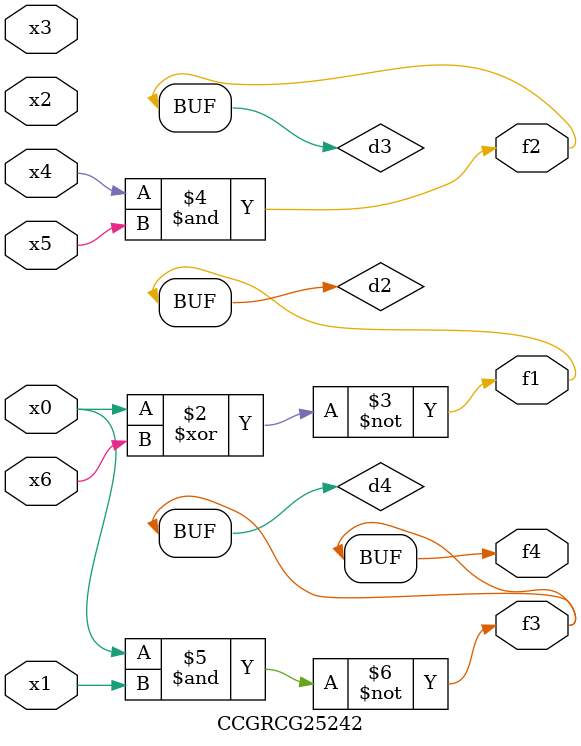
<source format=v>
module CCGRCG25242(
	input x0, x1, x2, x3, x4, x5, x6,
	output f1, f2, f3, f4
);

	wire d1, d2, d3, d4;

	nor (d1, x0);
	xnor (d2, x0, x6);
	and (d3, x4, x5);
	nand (d4, x0, x1);
	assign f1 = d2;
	assign f2 = d3;
	assign f3 = d4;
	assign f4 = d4;
endmodule

</source>
